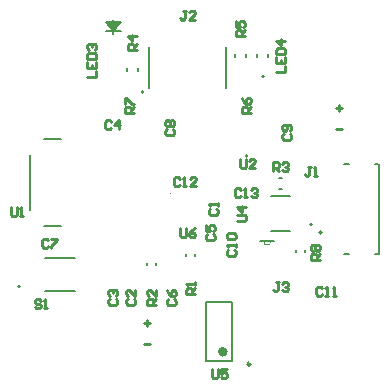
<source format=gto>
G04*
G04 #@! TF.GenerationSoftware,Altium Limited,Altium Designer,23.3.1 (30)*
G04*
G04 Layer_Color=65535*
%FSLAX44Y44*%
%MOMM*%
G71*
G04*
G04 #@! TF.SameCoordinates,610A2BD2-EBF3-4158-A638-8146B1F39EFF*
G04*
G04*
G04 #@! TF.FilePolarity,Positive*
G04*
G01*
G75*
%ADD10C,0.2000*%
%ADD11C,0.4000*%
%ADD12C,0.2500*%
%ADD13C,0.0000*%
%ADD14C,0.1000*%
%ADD15C,0.1270*%
%ADD16C,0.1524*%
%ADD17C,0.2540*%
D10*
X216750Y353030D02*
G03*
X216750Y353030I-1000J0D01*
G01*
X318500Y365890D02*
G03*
X318500Y365890I-1000J0D01*
G01*
X112050Y188120D02*
G03*
X112050Y188120I-1000J0D01*
G01*
X367400Y234000D02*
G03*
X367400Y234000I-1000J0D01*
G01*
X359240Y240690D02*
G03*
X359240Y240690I-1000J0D01*
G01*
X286600Y356230D02*
Y390530D01*
X221400Y356230D02*
Y390530D01*
X269670Y174860D02*
X291670D01*
X269670Y124860D02*
X291670D01*
X269670D02*
Y174860D01*
X291670Y124860D02*
Y174860D01*
D11*
X285670Y132860D02*
G03*
X285670Y132860I-2000J0D01*
G01*
D12*
X306920Y122310D02*
G03*
X306920Y122310I-1250J0D01*
G01*
D13*
X305190Y298530D02*
G03*
X305190Y298530I-1500J0D01*
G01*
X318262Y226314D02*
G03*
X324358Y226314I3048J0D01*
G01*
D14*
X239500Y267000D02*
G03*
X239500Y267000I-500J0D01*
G01*
D15*
X132170Y312780D02*
X146670D01*
X120170Y253280D02*
Y299280D01*
X132170Y239780D02*
X146670D01*
X202510Y371010D02*
Y373210D01*
X211510Y371010D02*
Y373210D01*
X322000Y382440D02*
Y384640D01*
X313000Y382440D02*
Y384640D01*
X345250Y217640D02*
Y219240D01*
X353250Y217640D02*
Y219240D01*
X302950Y382440D02*
Y384640D01*
X293950Y382440D02*
Y384640D01*
X133185Y184120D02*
X158915D01*
X133185Y212120D02*
X158915D01*
X227520Y206210D02*
Y207810D01*
X219520Y206210D02*
Y207810D01*
X260127Y214396D02*
Y215996D01*
X252127Y214396D02*
Y215996D01*
X412400Y292000D02*
X415400D01*
X412400Y216000D02*
X415400D01*
X386400Y292000D02*
X390400D01*
X386400Y216000D02*
X390400D01*
X415900D02*
Y292000D01*
X331640Y280090D02*
X333840D01*
X331640Y271090D02*
X333840D01*
X324610Y235560D02*
X340870D01*
X324610Y264820D02*
X340870D01*
D16*
X184404Y411734D02*
X197104D01*
X190754Y404114D02*
X192024Y411734D01*
X190754Y404114D02*
X193294Y411734D01*
X190754Y404114D02*
X194564Y411734D01*
X190754Y404114D02*
X195834Y411734D01*
X190754Y404114D02*
X197104Y411734D01*
X189484D02*
X190754Y404114D01*
X188214Y411734D02*
X190754Y404114D01*
X186944Y411734D02*
X190754Y404114D01*
X185674Y411734D02*
X190754Y404114D01*
X184404Y411734D02*
X190754Y404114D01*
X197104D01*
X184404D02*
X190754D01*
Y401574D02*
Y404114D01*
Y413512D01*
X324358Y226314D02*
X327406D01*
X318262D02*
X324358D01*
X315214D02*
X318262D01*
D17*
X217170Y157479D02*
X222248D01*
X219709Y160018D02*
Y154940D01*
X217170Y139700D02*
X222248D01*
X379730Y321310D02*
X384808D01*
X379730Y339089D02*
X384808D01*
X382269Y341628D02*
Y336550D01*
X365759Y210822D02*
X358141D01*
Y214631D01*
X359411Y215900D01*
X361950D01*
X363220Y214631D01*
Y210822D01*
Y213361D02*
X365759Y215900D01*
X359411Y218440D02*
X358141Y219709D01*
Y222248D01*
X359411Y223518D01*
X360680D01*
X361950Y222248D01*
X363220Y223518D01*
X364489D01*
X365759Y222248D01*
Y219709D01*
X364489Y218440D01*
X363220D01*
X361950Y219709D01*
X360680Y218440D01*
X359411D01*
X361950Y219709D02*
Y222248D01*
X298708Y270259D02*
X297438Y271529D01*
X294899D01*
X293629Y270259D01*
Y265181D01*
X294899Y263911D01*
X297438D01*
X298708Y265181D01*
X301247Y263911D02*
X303786D01*
X302516D01*
Y271529D01*
X301247Y270259D01*
X307595D02*
X308864Y271529D01*
X311403D01*
X312673Y270259D01*
Y268990D01*
X311403Y267720D01*
X310134D01*
X311403D01*
X312673Y266451D01*
Y265181D01*
X311403Y263911D01*
X308864D01*
X307595Y265181D01*
X247016Y279399D02*
X245747Y280669D01*
X243208D01*
X241938Y279399D01*
Y274321D01*
X243208Y273051D01*
X245747D01*
X247016Y274321D01*
X249556Y273051D02*
X252095D01*
X250825D01*
Y280669D01*
X249556Y279399D01*
X260982Y273051D02*
X255904D01*
X260982Y278130D01*
Y279399D01*
X259712Y280669D01*
X257173D01*
X255904Y279399D01*
X307339Y335282D02*
X299721D01*
Y339091D01*
X300991Y340360D01*
X303530D01*
X304800Y339091D01*
Y335282D01*
Y337821D02*
X307339Y340360D01*
X299721Y347978D02*
X300991Y345439D01*
X303530Y342900D01*
X306069D01*
X307339Y344169D01*
Y346708D01*
X306069Y347978D01*
X304800D01*
X303530Y346708D01*
Y342900D01*
X208279Y335282D02*
X200661D01*
Y339091D01*
X201931Y340360D01*
X204470D01*
X205740Y339091D01*
Y335282D01*
Y337821D02*
X208279Y340360D01*
X200661Y342900D02*
Y347978D01*
X201931D01*
X207009Y342900D01*
X208279D01*
X328931Y369575D02*
X336549D01*
Y374653D01*
X328931Y382270D02*
Y377192D01*
X336549D01*
Y382270D01*
X332740Y377192D02*
Y379731D01*
X328931Y384810D02*
X336549D01*
Y388618D01*
X335279Y389888D01*
X330201D01*
X328931Y388618D01*
Y384810D01*
X336549Y396236D02*
X328931D01*
X332740Y392427D01*
Y397505D01*
X367666Y186689D02*
X366396Y187959D01*
X363857D01*
X362588Y186689D01*
Y181611D01*
X363857Y180341D01*
X366396D01*
X367666Y181611D01*
X370205Y180341D02*
X372744D01*
X371475D01*
Y187959D01*
X370205Y186689D01*
X376553Y180341D02*
X379092D01*
X377823D01*
Y187959D01*
X376553Y186689D01*
X288291Y219076D02*
X287021Y217807D01*
Y215268D01*
X288291Y213998D01*
X293369D01*
X294639Y215268D01*
Y217807D01*
X293369Y219076D01*
X294639Y221616D02*
Y224155D01*
Y222885D01*
X287021D01*
X288291Y221616D01*
Y227964D02*
X287021Y229233D01*
Y231772D01*
X288291Y233042D01*
X293369D01*
X294639Y231772D01*
Y229233D01*
X293369Y227964D01*
X288291D01*
X335281Y317500D02*
X334011Y316231D01*
Y313692D01*
X335281Y312422D01*
X340359D01*
X341629Y313692D01*
Y316231D01*
X340359Y317500D01*
Y320040D02*
X341629Y321309D01*
Y323848D01*
X340359Y325118D01*
X335281D01*
X334011Y323848D01*
Y321309D01*
X335281Y320040D01*
X336550D01*
X337820Y321309D01*
Y325118D01*
X236221Y321310D02*
X234951Y320041D01*
Y317502D01*
X236221Y316232D01*
X241299D01*
X242569Y317502D01*
Y320041D01*
X241299Y321310D01*
X236221Y323850D02*
X234951Y325119D01*
Y327658D01*
X236221Y328928D01*
X237490D01*
X238760Y327658D01*
X240030Y328928D01*
X241299D01*
X242569Y327658D01*
Y325119D01*
X241299Y323850D01*
X240030D01*
X238760Y325119D01*
X237490Y323850D01*
X236221D01*
X238760Y325119D02*
Y327658D01*
X298452Y295909D02*
Y289561D01*
X299722Y288291D01*
X302261D01*
X303530Y289561D01*
Y295909D01*
X311148Y288291D02*
X306070D01*
X311148Y293370D01*
Y294639D01*
X309878Y295909D01*
X307339D01*
X306070Y294639D01*
X168911Y365765D02*
X176529D01*
Y370843D01*
X168911Y378460D02*
Y373382D01*
X176529D01*
Y378460D01*
X172720Y373382D02*
Y375921D01*
X168911Y381000D02*
X176529D01*
Y384808D01*
X175259Y386078D01*
X170181D01*
X168911Y384808D01*
Y381000D01*
X170181Y388617D02*
X168911Y389887D01*
Y392426D01*
X170181Y393695D01*
X171450D01*
X172720Y392426D01*
Y391156D01*
Y392426D01*
X173990Y393695D01*
X175259D01*
X176529Y392426D01*
Y389887D01*
X175259Y388617D01*
X331470Y191769D02*
X328931D01*
X330201D01*
Y185421D01*
X328931Y184151D01*
X327662D01*
X326392Y185421D01*
X334010Y190499D02*
X335279Y191769D01*
X337818D01*
X339088Y190499D01*
Y189230D01*
X337818Y187960D01*
X336549D01*
X337818D01*
X339088Y186690D01*
Y185421D01*
X337818Y184151D01*
X335279D01*
X334010Y185421D01*
X247652Y237489D02*
Y231141D01*
X248922Y229871D01*
X251461D01*
X252730Y231141D01*
Y237489D01*
X260348D02*
X257809Y236219D01*
X255270Y233680D01*
Y231141D01*
X256539Y229871D01*
X259078D01*
X260348Y231141D01*
Y232410D01*
X259078Y233680D01*
X255270D01*
X135890Y227329D02*
X134621Y228599D01*
X132082D01*
X130812Y227329D01*
Y222251D01*
X132082Y220981D01*
X134621D01*
X135890Y222251D01*
X138430Y228599D02*
X143508D01*
Y227329D01*
X138430Y222251D01*
Y220981D01*
X302259Y400052D02*
X294641D01*
Y403861D01*
X295911Y405130D01*
X298450D01*
X299720Y403861D01*
Y400052D01*
Y402591D02*
X302259Y405130D01*
X294641Y412748D02*
Y407670D01*
X298450D01*
X297180Y410209D01*
Y411478D01*
X298450Y412748D01*
X300989D01*
X302259Y411478D01*
Y408939D01*
X300989Y407670D01*
X210819Y388622D02*
X203201D01*
Y392431D01*
X204471Y393700D01*
X207010D01*
X208279Y392431D01*
Y388622D01*
Y391161D02*
X210819Y393700D01*
Y400048D02*
X203201D01*
X207010Y396240D01*
Y401318D01*
X274322Y118109D02*
Y111761D01*
X275592Y110491D01*
X278131D01*
X279400Y111761D01*
Y118109D01*
X287018D02*
X281940D01*
Y114300D01*
X284479Y115570D01*
X285748D01*
X287018Y114300D01*
Y111761D01*
X285748Y110491D01*
X283209D01*
X281940Y111761D01*
X252730Y421639D02*
X250191D01*
X251461D01*
Y415291D01*
X250191Y414021D01*
X248922D01*
X247652Y415291D01*
X260348Y414021D02*
X255270D01*
X260348Y419100D01*
Y420369D01*
X259078Y421639D01*
X256539D01*
X255270Y420369D01*
X189230Y327659D02*
X187961Y328929D01*
X185422D01*
X184152Y327659D01*
Y322581D01*
X185422Y321311D01*
X187961D01*
X189230Y322581D01*
X195578Y321311D02*
Y328929D01*
X191770Y325120D01*
X196848D01*
X270511Y232410D02*
X269241Y231141D01*
Y228602D01*
X270511Y227332D01*
X275589D01*
X276859Y228602D01*
Y231141D01*
X275589Y232410D01*
X269241Y240028D02*
Y234950D01*
X273050D01*
X271780Y237489D01*
Y238758D01*
X273050Y240028D01*
X275589D01*
X276859Y238758D01*
Y236219D01*
X275589Y234950D01*
X237472Y177356D02*
X236202Y176087D01*
Y173548D01*
X237472Y172278D01*
X242550D01*
X243820Y173548D01*
Y176087D01*
X242550Y177356D01*
X236202Y184974D02*
X237472Y182435D01*
X240011Y179895D01*
X242550D01*
X243820Y181165D01*
Y183704D01*
X242550Y184974D01*
X241280D01*
X240011Y183704D01*
Y179895D01*
X187961Y177800D02*
X186691Y176531D01*
Y173992D01*
X187961Y172722D01*
X193039D01*
X194309Y173992D01*
Y176531D01*
X193039Y177800D01*
X187961Y180340D02*
X186691Y181609D01*
Y184148D01*
X187961Y185418D01*
X189230D01*
X190500Y184148D01*
Y182879D01*
Y184148D01*
X191770Y185418D01*
X193039D01*
X194309Y184148D01*
Y181609D01*
X193039Y180340D01*
X129720Y176149D02*
X128450Y177419D01*
X125911D01*
X124642Y176149D01*
Y174880D01*
X125911Y173610D01*
X128450D01*
X129720Y172340D01*
Y171071D01*
X128450Y169801D01*
X125911D01*
X124642Y171071D01*
X132259Y169801D02*
X134798D01*
X133529D01*
Y177419D01*
X132259Y176149D01*
X358140Y289559D02*
X355601D01*
X356870D01*
Y283211D01*
X355601Y281941D01*
X354331D01*
X353062Y283211D01*
X360679Y281941D02*
X363218D01*
X361949D01*
Y289559D01*
X360679Y288289D01*
X326392Y285751D02*
Y293369D01*
X330201D01*
X331470Y292099D01*
Y289560D01*
X330201Y288290D01*
X326392D01*
X328931D02*
X331470Y285751D01*
X334010Y292099D02*
X335279Y293369D01*
X337818D01*
X339088Y292099D01*
Y290830D01*
X337818Y289560D01*
X336549D01*
X337818D01*
X339088Y288290D01*
Y287021D01*
X337818Y285751D01*
X335279D01*
X334010Y287021D01*
X203201Y177800D02*
X201931Y176531D01*
Y173992D01*
X203201Y172722D01*
X208279D01*
X209549Y173992D01*
Y176531D01*
X208279Y177800D01*
X209549Y185418D02*
Y180340D01*
X204470Y185418D01*
X203201D01*
X201931Y184148D01*
Y181609D01*
X203201Y180340D01*
X104142Y255269D02*
Y248921D01*
X105411Y247651D01*
X107950D01*
X109220Y248921D01*
Y255269D01*
X111759Y247651D02*
X114298D01*
X113029D01*
Y255269D01*
X111759Y253999D01*
X295911Y243842D02*
X302259D01*
X303529Y245112D01*
Y247651D01*
X302259Y248920D01*
X295911D01*
X303529Y255268D02*
X295911D01*
X299720Y251460D01*
Y256538D01*
X260349Y181612D02*
X252731D01*
Y185420D01*
X254001Y186690D01*
X256540D01*
X257810Y185420D01*
Y181612D01*
Y184151D02*
X260349Y186690D01*
Y189229D02*
Y191768D01*
Y190499D01*
X252731D01*
X254001Y189229D01*
X227329Y172722D02*
X219711D01*
Y176531D01*
X220981Y177800D01*
X223520D01*
X224790Y176531D01*
Y172722D01*
Y175261D02*
X227329Y177800D01*
Y185418D02*
Y180340D01*
X222250Y185418D01*
X220981D01*
X219711Y184148D01*
Y181609D01*
X220981Y180340D01*
X273051Y254000D02*
X271781Y252730D01*
Y250191D01*
X273051Y248922D01*
X278129D01*
X279399Y250191D01*
Y252730D01*
X278129Y254000D01*
X279399Y256539D02*
Y259078D01*
Y257809D01*
X271781D01*
X273051Y256539D01*
M02*

</source>
